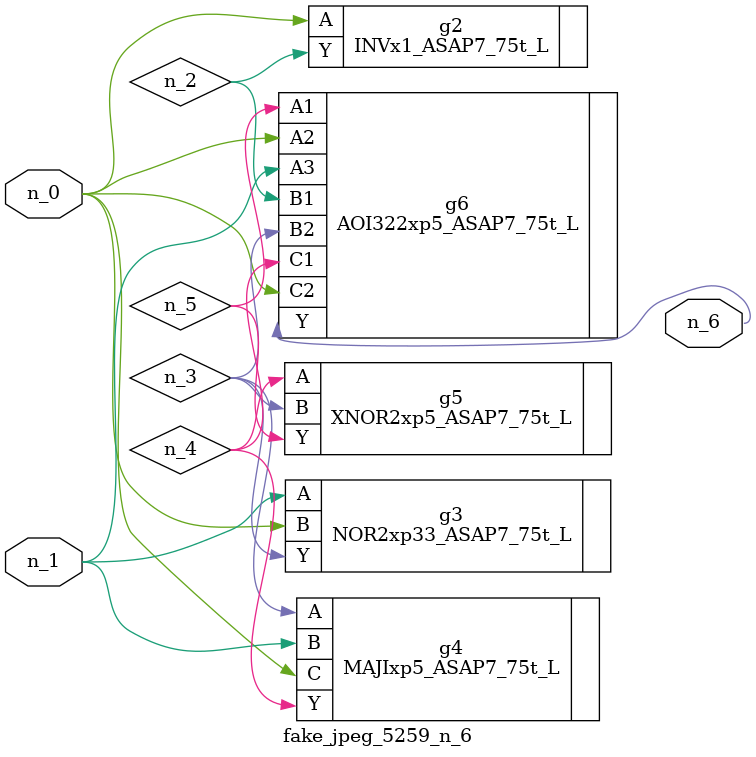
<source format=v>
module fake_jpeg_5259_n_6 (n_0, n_1, n_6);

input n_0;
input n_1;

output n_6;

wire n_3;
wire n_2;
wire n_4;
wire n_5;

INVx1_ASAP7_75t_L g2 ( 
.A(n_0),
.Y(n_2)
);

NOR2xp33_ASAP7_75t_L g3 ( 
.A(n_1),
.B(n_0),
.Y(n_3)
);

MAJIxp5_ASAP7_75t_L g4 ( 
.A(n_3),
.B(n_1),
.C(n_0),
.Y(n_4)
);

XNOR2xp5_ASAP7_75t_L g5 ( 
.A(n_4),
.B(n_3),
.Y(n_5)
);

AOI322xp5_ASAP7_75t_L g6 ( 
.A1(n_5),
.A2(n_0),
.A3(n_1),
.B1(n_2),
.B2(n_3),
.C1(n_4),
.C2(n_0),
.Y(n_6)
);


endmodule
</source>
